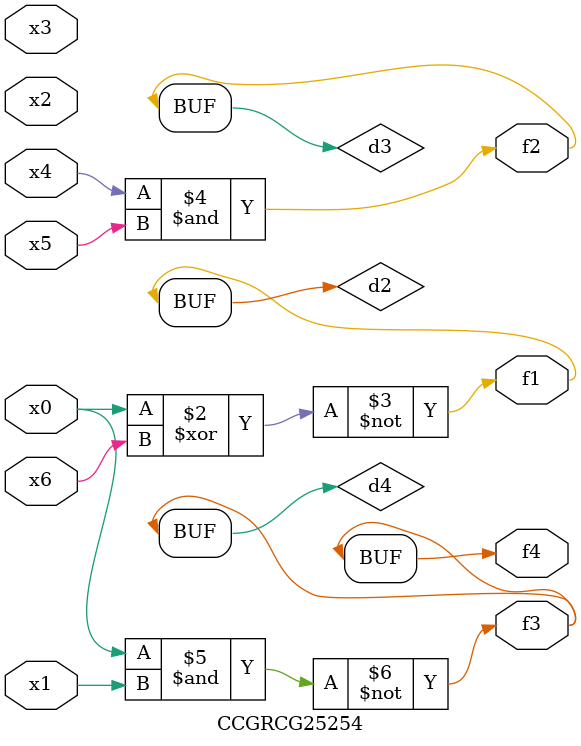
<source format=v>
module CCGRCG25254(
	input x0, x1, x2, x3, x4, x5, x6,
	output f1, f2, f3, f4
);

	wire d1, d2, d3, d4;

	nor (d1, x0);
	xnor (d2, x0, x6);
	and (d3, x4, x5);
	nand (d4, x0, x1);
	assign f1 = d2;
	assign f2 = d3;
	assign f3 = d4;
	assign f4 = d4;
endmodule

</source>
